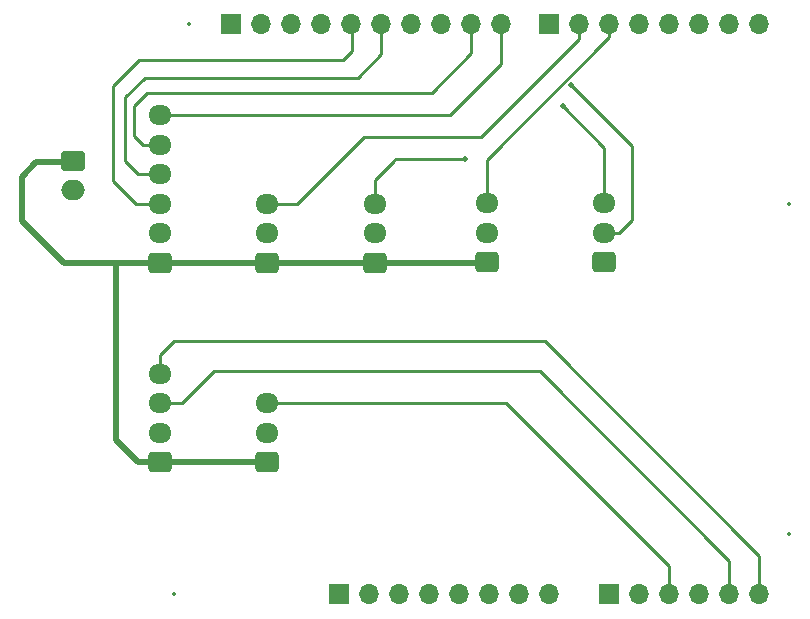
<source format=gbr>
%TF.GenerationSoftware,KiCad,Pcbnew,8.0.3*%
%TF.CreationDate,2024-07-23T14:12:27+08:00*%
%TF.ProjectId,Shao Rong Shield,5368616f-2052-46f6-9e67-20536869656c,rev?*%
%TF.SameCoordinates,Original*%
%TF.FileFunction,Copper,L1,Top*%
%TF.FilePolarity,Positive*%
%FSLAX46Y46*%
G04 Gerber Fmt 4.6, Leading zero omitted, Abs format (unit mm)*
G04 Created by KiCad (PCBNEW 8.0.3) date 2024-07-23 14:12:27*
%MOMM*%
%LPD*%
G01*
G04 APERTURE LIST*
G04 Aperture macros list*
%AMRoundRect*
0 Rectangle with rounded corners*
0 $1 Rounding radius*
0 $2 $3 $4 $5 $6 $7 $8 $9 X,Y pos of 4 corners*
0 Add a 4 corners polygon primitive as box body*
4,1,4,$2,$3,$4,$5,$6,$7,$8,$9,$2,$3,0*
0 Add four circle primitives for the rounded corners*
1,1,$1+$1,$2,$3*
1,1,$1+$1,$4,$5*
1,1,$1+$1,$6,$7*
1,1,$1+$1,$8,$9*
0 Add four rect primitives between the rounded corners*
20,1,$1+$1,$2,$3,$4,$5,0*
20,1,$1+$1,$4,$5,$6,$7,0*
20,1,$1+$1,$6,$7,$8,$9,0*
20,1,$1+$1,$8,$9,$2,$3,0*%
G04 Aperture macros list end*
%TA.AperFunction,ComponentPad*%
%ADD10R,1.700000X1.700000*%
%TD*%
%TA.AperFunction,ComponentPad*%
%ADD11O,1.700000X1.700000*%
%TD*%
%TA.AperFunction,ComponentPad*%
%ADD12RoundRect,0.250000X-0.750000X0.600000X-0.750000X-0.600000X0.750000X-0.600000X0.750000X0.600000X0*%
%TD*%
%TA.AperFunction,ComponentPad*%
%ADD13O,2.000000X1.700000*%
%TD*%
%TA.AperFunction,ComponentPad*%
%ADD14RoundRect,0.250000X0.725000X-0.600000X0.725000X0.600000X-0.725000X0.600000X-0.725000X-0.600000X0*%
%TD*%
%TA.AperFunction,ComponentPad*%
%ADD15O,1.950000X1.700000*%
%TD*%
%TA.AperFunction,ViaPad*%
%ADD16C,0.500000*%
%TD*%
%TA.AperFunction,Conductor*%
%ADD17C,0.500000*%
%TD*%
%TA.AperFunction,Conductor*%
%ADD18C,0.250000*%
%TD*%
%ADD19C,0.300000*%
%ADD20C,0.350000*%
G04 APERTURE END LIST*
D10*
%TO.P,J1,1,Pin_1*%
%TO.N,unconnected-(J1-Pin_1-Pad1)*%
X127940000Y-97460000D03*
D11*
%TO.P,J1,2,Pin_2*%
%TO.N,/IOREF*%
X130480000Y-97460000D03*
%TO.P,J1,3,Pin_3*%
%TO.N,/~{RESET}*%
X133020000Y-97460000D03*
%TO.P,J1,4,Pin_4*%
%TO.N,+3V3*%
X135560000Y-97460000D03*
%TO.P,J1,5,Pin_5*%
%TO.N,unconnected-(J1-Pin_5-Pad5)*%
X138100000Y-97460000D03*
%TO.P,J1,6,Pin_6*%
%TO.N,GND*%
X140640000Y-97460000D03*
%TO.P,J1,7,Pin_7*%
X143180000Y-97460000D03*
%TO.P,J1,8,Pin_8*%
%TO.N,VCC*%
X145720000Y-97460000D03*
%TD*%
D10*
%TO.P,J3,1,Pin_1*%
%TO.N,/A0*%
X150800000Y-97460000D03*
D11*
%TO.P,J3,2,Pin_2*%
%TO.N,/A1*%
X153340000Y-97460000D03*
%TO.P,J3,3,Pin_3*%
%TO.N,/A2*%
X155880000Y-97460000D03*
%TO.P,J3,4,Pin_4*%
%TO.N,/A3*%
X158420000Y-97460000D03*
%TO.P,J3,5,Pin_5*%
%TO.N,/SDA*%
X160960000Y-97460000D03*
%TO.P,J3,6,Pin_6*%
%TO.N,/SCL{slash}A5*%
X163500000Y-97460000D03*
%TD*%
D10*
%TO.P,J2,1,Pin_1*%
%TO.N,unconnected-(J2-Pin_1-Pad1)*%
X118796000Y-49200000D03*
D11*
%TO.P,J2,2,Pin_2*%
%TO.N,unconnected-(J2-Pin_2-Pad2)*%
X121336000Y-49200000D03*
%TO.P,J2,3,Pin_3*%
%TO.N,/AREF*%
X123876000Y-49200000D03*
%TO.P,J2,4,Pin_4*%
%TO.N,GND*%
X126416000Y-49200000D03*
%TO.P,J2,5,Pin_5*%
%TO.N,/13*%
X128956000Y-49200000D03*
%TO.P,J2,6,Pin_6*%
%TO.N,/12*%
X131496000Y-49200000D03*
%TO.P,J2,7,Pin_7*%
%TO.N,/\u002A11*%
X134036000Y-49200000D03*
%TO.P,J2,8,Pin_8*%
%TO.N,/\u002A10*%
X136576000Y-49200000D03*
%TO.P,J2,9,Pin_9*%
%TO.N,/\u002A9*%
X139116000Y-49200000D03*
%TO.P,J2,10,Pin_10*%
%TO.N,/8*%
X141656000Y-49200000D03*
%TD*%
D10*
%TO.P,J4,1,Pin_1*%
%TO.N,/7*%
X145720000Y-49200000D03*
D11*
%TO.P,J4,2,Pin_2*%
%TO.N,/\u002A6*%
X148260000Y-49200000D03*
%TO.P,J4,3,Pin_3*%
%TO.N,/\u002A5*%
X150800000Y-49200000D03*
%TO.P,J4,4,Pin_4*%
%TO.N,/4*%
X153340000Y-49200000D03*
%TO.P,J4,5,Pin_5*%
%TO.N,/\u002A3*%
X155880000Y-49200000D03*
%TO.P,J4,6,Pin_6*%
%TO.N,/2*%
X158420000Y-49200000D03*
%TO.P,J4,7,Pin_7*%
%TO.N,/TX{slash}1*%
X160960000Y-49200000D03*
%TO.P,J4,8,Pin_8*%
%TO.N,/RX{slash}0*%
X163500000Y-49200000D03*
%TD*%
D12*
%TO.P,J5,1,Pin_1*%
%TO.N,+5V*%
X105400000Y-60750000D03*
D13*
%TO.P,J5,2,Pin_2*%
%TO.N,GND*%
X105400000Y-63250000D03*
%TD*%
D14*
%TO.P,J11,1,Pin_1*%
%TO.N,+5V*%
X140425000Y-69375000D03*
D15*
%TO.P,J11,2,Pin_2*%
%TO.N,GND*%
X140425000Y-66875000D03*
%TO.P,J11,3,Pin_3*%
%TO.N,/\u002A5*%
X140425000Y-64375000D03*
%TD*%
D14*
%TO.P,J6,1,Pin_1*%
%TO.N,+5V*%
X112750000Y-69400000D03*
D15*
%TO.P,J6,2,Pin_2*%
%TO.N,GND*%
X112750000Y-66900000D03*
%TO.P,J6,3,Pin_3*%
%TO.N,/13*%
X112750000Y-64400000D03*
%TO.P,J6,4,Pin_4*%
%TO.N,/12*%
X112750000Y-61900000D03*
%TO.P,J6,5,Pin_5*%
%TO.N,/\u002A9*%
X112750000Y-59400000D03*
%TO.P,J6,6,Pin_6*%
%TO.N,/8*%
X112750000Y-56900000D03*
%TD*%
D14*
%TO.P,J12,1,Pin_1*%
%TO.N,+5V*%
X121859285Y-86275000D03*
D15*
%TO.P,J12,2,Pin_2*%
%TO.N,GND*%
X121859285Y-83775000D03*
%TO.P,J12,3,Pin_3*%
%TO.N,/A2*%
X121859285Y-81275000D03*
%TD*%
D14*
%TO.P,J7,1,Pin_1*%
%TO.N,+5V*%
X130968570Y-69400000D03*
D15*
%TO.P,J7,2,Pin_2*%
%TO.N,GND*%
X130968570Y-66900000D03*
%TO.P,J7,3,Pin_3*%
%TO.N,/A1*%
X130968570Y-64400000D03*
%TD*%
D14*
%TO.P,J8,1,Pin_1*%
%TO.N,+5V*%
X112750000Y-86275000D03*
D15*
%TO.P,J8,2,Pin_2*%
%TO.N,GND*%
X112750000Y-83775000D03*
%TO.P,J8,3,Pin_3*%
%TO.N,/SDA*%
X112750000Y-81275000D03*
%TO.P,J8,4,Pin_4*%
%TO.N,/SCL{slash}A5*%
X112750000Y-78775000D03*
%TD*%
D14*
%TO.P,J10,1,Pin_1*%
%TO.N,+5V*%
X121859285Y-69400000D03*
D15*
%TO.P,J10,2,Pin_2*%
%TO.N,GND*%
X121859285Y-66900000D03*
%TO.P,J10,3,Pin_3*%
%TO.N,/\u002A6*%
X121859285Y-64400000D03*
%TD*%
D14*
%TO.P,J9,1,Pin_1*%
%TO.N,GND*%
X150375000Y-69350000D03*
D15*
%TO.P,J9,2,Pin_2*%
%TO.N,/\u002A10*%
X150375000Y-66850000D03*
%TO.P,J9,3,Pin_3*%
%TO.N,/\u002A11*%
X150375000Y-64350000D03*
%TD*%
D16*
%TO.N,/A1*%
X138600000Y-60650000D03*
%TO.N,/\u002A11*%
X146850000Y-56125000D03*
%TO.N,/\u002A10*%
X147575000Y-54375000D03*
%TD*%
D17*
%TO.N,+5V*%
X109000000Y-69400000D02*
X112750000Y-69400000D01*
X101100000Y-62100000D02*
X101100000Y-65900000D01*
X105400000Y-60750000D02*
X105250000Y-60900000D01*
X102300000Y-60900000D02*
X101100000Y-62100000D01*
X109000000Y-69400000D02*
X109000000Y-84400000D01*
X112750000Y-69400000D02*
X140400000Y-69400000D01*
X101100000Y-65900000D02*
X104600000Y-69400000D01*
X112750000Y-86275000D02*
X121859285Y-86275000D01*
X104600000Y-69400000D02*
X109000000Y-69400000D01*
X110875000Y-86275000D02*
X112750000Y-86275000D01*
X140400000Y-69400000D02*
X140425000Y-69375000D01*
X105250000Y-60900000D02*
X102300000Y-60900000D01*
X109000000Y-84400000D02*
X110875000Y-86275000D01*
D18*
%TO.N,/A2*%
X155880000Y-95080000D02*
X155880000Y-97460000D01*
X142075000Y-81275000D02*
X155880000Y-95080000D01*
X121859285Y-81275000D02*
X142075000Y-81275000D01*
%TO.N,/SDA*%
X160960000Y-94660000D02*
X160960000Y-97460000D01*
X114625000Y-81275000D02*
X117300000Y-78600000D01*
X117300000Y-78600000D02*
X144900000Y-78600000D01*
X144900000Y-78600000D02*
X160960000Y-94660000D01*
X112750000Y-81275000D02*
X114625000Y-81275000D01*
%TO.N,/SCL{slash}A5*%
X112750000Y-78775000D02*
X112750000Y-77200000D01*
X163500000Y-94200000D02*
X163500000Y-97460000D01*
X163500000Y-96750000D02*
X163500000Y-97460000D01*
X112750000Y-77200000D02*
X113925000Y-76025000D01*
X145325000Y-76025000D02*
X163500000Y-94200000D01*
X113925000Y-76025000D02*
X145325000Y-76025000D01*
%TO.N,/13*%
X110700000Y-64400000D02*
X108800000Y-62500000D01*
X108800000Y-62500000D02*
X108800000Y-54400000D01*
X108800000Y-54400000D02*
X110950000Y-52250000D01*
X112750000Y-64400000D02*
X110700000Y-64400000D01*
X129000000Y-51500000D02*
X129000000Y-49244000D01*
X129000000Y-49244000D02*
X128956000Y-49200000D01*
X128250000Y-52250000D02*
X129000000Y-51500000D01*
X110950000Y-52250000D02*
X128250000Y-52250000D01*
%TO.N,/12*%
X109800000Y-55400000D02*
X111450000Y-53750000D01*
X131496000Y-51754000D02*
X131496000Y-49200000D01*
X129500000Y-53750000D02*
X131496000Y-51754000D01*
X110900000Y-61900000D02*
X109800000Y-60800000D01*
X112750000Y-61900000D02*
X110900000Y-61900000D01*
X111450000Y-53750000D02*
X129500000Y-53750000D01*
X109800000Y-60800000D02*
X109800000Y-55400000D01*
%TO.N,/8*%
X137350000Y-56900000D02*
X141656000Y-52594000D01*
X112750000Y-56900000D02*
X137350000Y-56900000D01*
X112900000Y-56750000D02*
X112750000Y-56900000D01*
X141656000Y-52594000D02*
X141656000Y-49200000D01*
%TO.N,/\u002A11*%
X150375000Y-59650000D02*
X146850000Y-56125000D01*
X150375000Y-64350000D02*
X150375000Y-59650000D01*
%TO.N,/\u002A10*%
X152700000Y-59500000D02*
X147575000Y-54375000D01*
X150375000Y-66850000D02*
X151650000Y-66850000D01*
X152700000Y-65800000D02*
X152700000Y-59500000D01*
X151650000Y-66850000D02*
X152700000Y-65800000D01*
%TO.N,/\u002A9*%
X110600000Y-56100000D02*
X111700000Y-55000000D01*
X139116000Y-51634000D02*
X139116000Y-49200000D01*
X112750000Y-59400000D02*
X111300000Y-59400000D01*
X110600000Y-58700000D02*
X110600000Y-56100000D01*
X111700000Y-55000000D02*
X135750000Y-55000000D01*
X135750000Y-55000000D02*
X139116000Y-51634000D01*
X111300000Y-59400000D02*
X110600000Y-58700000D01*
%TO.N,/\u002A6*%
X124350000Y-64400000D02*
X130000000Y-58750000D01*
X121859285Y-64400000D02*
X124350000Y-64400000D01*
X130000000Y-58750000D02*
X139950000Y-58750000D01*
X139950000Y-58750000D02*
X148260000Y-50440000D01*
X148260000Y-50440000D02*
X148260000Y-49200000D01*
%TO.N,/\u002A5*%
X140425000Y-60675000D02*
X150800000Y-50300000D01*
X150800000Y-50300000D02*
X150800000Y-49200000D01*
X140425000Y-64375000D02*
X140425000Y-60675000D01*
%TO.N,/A1*%
X132700000Y-60650000D02*
X138600000Y-60650000D01*
X132550000Y-60800000D02*
X132700000Y-60650000D01*
X130968570Y-62381430D02*
X132550000Y-60800000D01*
X130968570Y-64400000D02*
X130968570Y-62381430D01*
%TD*%
D19*
X138600000Y-60650000D03*
X146850000Y-56125000D03*
X147575000Y-54375000D03*
D20*
X127940000Y-97460000D03*
X130480000Y-97460000D03*
X133020000Y-97460000D03*
X135560000Y-97460000D03*
X138100000Y-97460000D03*
X140640000Y-97460000D03*
X143180000Y-97460000D03*
X145720000Y-97460000D03*
X150800000Y-97460000D03*
X153340000Y-97460000D03*
X155880000Y-97460000D03*
X158420000Y-97460000D03*
X160960000Y-97460000D03*
X163500000Y-97460000D03*
X118796000Y-49200000D03*
X121336000Y-49200000D03*
X123876000Y-49200000D03*
X126416000Y-49200000D03*
X128956000Y-49200000D03*
X131496000Y-49200000D03*
X134036000Y-49200000D03*
X136576000Y-49200000D03*
X139116000Y-49200000D03*
X141656000Y-49200000D03*
X145720000Y-49200000D03*
X148260000Y-49200000D03*
X150800000Y-49200000D03*
X153340000Y-49200000D03*
X155880000Y-49200000D03*
X158420000Y-49200000D03*
X160960000Y-49200000D03*
X163500000Y-49200000D03*
X105400000Y-60750000D03*
X105400000Y-63250000D03*
X140425000Y-69375000D03*
X140425000Y-66875000D03*
X140425000Y-64375000D03*
X115240000Y-49200000D03*
X112750000Y-69400000D03*
X112750000Y-66900000D03*
X112750000Y-64400000D03*
X112750000Y-61900000D03*
X112750000Y-59400000D03*
X112750000Y-56900000D03*
X121859285Y-86275000D03*
X121859285Y-83775000D03*
X121859285Y-81275000D03*
X130968570Y-69400000D03*
X130968570Y-66900000D03*
X130968570Y-64400000D03*
X112750000Y-86275000D03*
X112750000Y-83775000D03*
X112750000Y-81275000D03*
X112750000Y-78775000D03*
X113970000Y-97460000D03*
X166040000Y-64440000D03*
X166040000Y-92380000D03*
X121859285Y-69400000D03*
X121859285Y-66900000D03*
X121859285Y-64400000D03*
X150375000Y-69350000D03*
X150375000Y-66850000D03*
X150375000Y-64350000D03*
M02*

</source>
